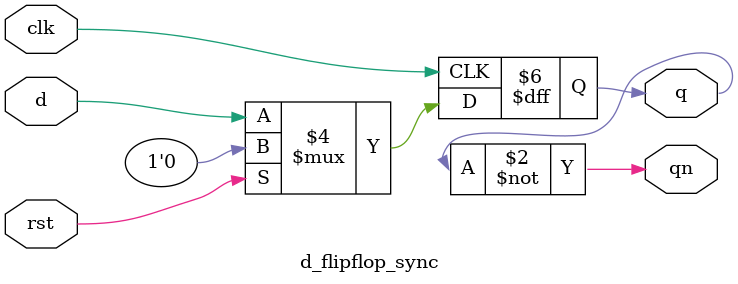
<source format=v>
module d_flipflop_sync(
  input d,clk,rst,
  output reg q,qn);
  
  always@(posedge clk) begin
    if(rst)
      q <= 1'b0;
    else 
      q <= d;
  end
  assign qn = ~q;
endmodule

</source>
